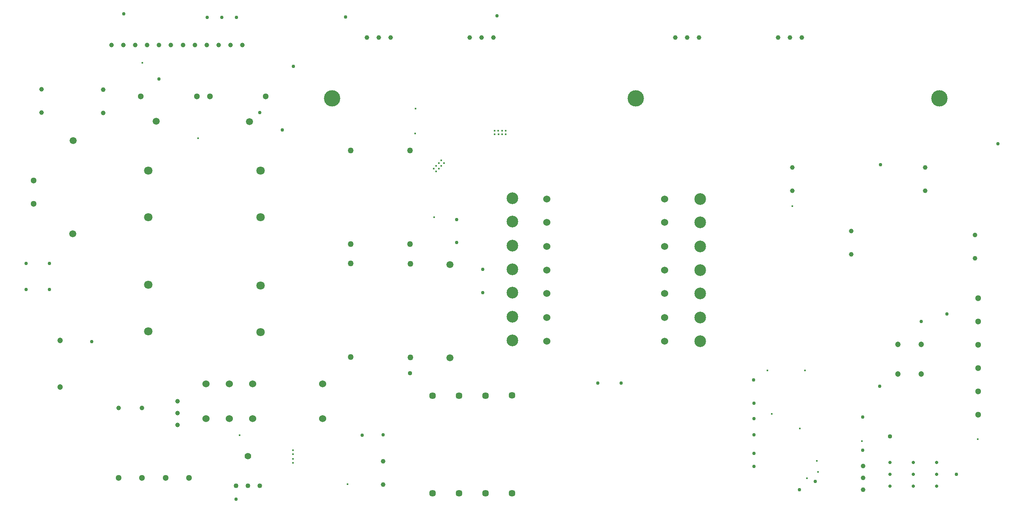
<source format=gbr>
%TF.GenerationSoftware,Altium Limited,Altium Designer,24.3.1 (35)*%
G04 Layer_Color=0*
%FSLAX43Y43*%
%MOMM*%
%TF.SameCoordinates,76E1361F-AA3B-45A8-A24B-41510BF92E79*%
%TF.FilePolarity,Positive*%
%TF.FileFunction,Plated,1,2,PTH,Drill*%
%TF.Part,Single*%
G01*
G75*
%TA.AperFunction,ComponentDrill*%
%ADD145C,1.270*%
%ADD146C,1.000*%
%ADD147C,1.200*%
%ADD148C,1.524*%
%ADD149C,0.762*%
%ADD150C,1.500*%
%ADD151C,0.762*%
%ADD152C,1.800*%
%ADD153C,0.950*%
%ADD154C,1.000*%
%ADD155C,1.450*%
%ADD156C,3.500*%
%ADD157C,1.300*%
%ADD158C,2.500*%
%ADD159C,1.200*%
%ADD160C,1.300*%
%ADD161C,1.016*%
%ADD162C,1.397*%
%ADD163C,1.500*%
%ADD164C,0.700*%
%ADD165C,0.750*%
%TA.AperFunction,ViaDrill,NotFilled*%
%ADD166C,0.400*%
D145*
X74000Y56617D02*
D03*
Y76683D02*
D03*
X86667Y56617D02*
D03*
Y76683D02*
D03*
X74000Y52466D02*
D03*
Y32400D02*
D03*
X86725Y32296D02*
D03*
Y52362D02*
D03*
D146*
X80925Y5050D02*
D03*
Y10050D02*
D03*
X181125Y59350D02*
D03*
Y54350D02*
D03*
X168550Y73000D02*
D03*
Y68000D02*
D03*
X207700Y53550D02*
D03*
Y58550D02*
D03*
X197025Y68000D02*
D03*
Y73000D02*
D03*
X20975Y89650D02*
D03*
Y84650D02*
D03*
X7775Y84775D02*
D03*
Y89775D02*
D03*
X36850Y17835D02*
D03*
Y20375D02*
D03*
Y22915D02*
D03*
X183700Y8965D02*
D03*
Y6425D02*
D03*
Y3885D02*
D03*
D147*
X11725Y25925D02*
D03*
Y35925D02*
D03*
D148*
X67975Y26650D02*
D03*
Y19150D02*
D03*
X52975Y26650D02*
D03*
X47975D02*
D03*
X42975D02*
D03*
Y19150D02*
D03*
X47975D02*
D03*
X52975D02*
D03*
X141214Y66238D02*
D03*
Y40838D02*
D03*
Y46004D02*
D03*
Y50998D02*
D03*
Y56078D02*
D03*
Y61244D02*
D03*
X115941Y35758D02*
D03*
Y40838D02*
D03*
Y46004D02*
D03*
Y50998D02*
D03*
Y56078D02*
D03*
Y61244D02*
D03*
Y66238D02*
D03*
X141214Y35758D02*
D03*
D149*
X4475Y52474D02*
D03*
X9425D02*
D03*
X4497Y46825D02*
D03*
X9447D02*
D03*
X212550Y78076D02*
D03*
X201675Y41625D02*
D03*
X72875Y105250D02*
D03*
X54517Y84801D02*
D03*
X61700Y94700D02*
D03*
X126900Y26800D02*
D03*
X131850D02*
D03*
X25350Y105950D02*
D03*
D150*
X14500Y78800D02*
D03*
X14450Y58825D02*
D03*
X95257Y52209D02*
D03*
X95207Y32234D02*
D03*
D151*
X49500Y105200D02*
D03*
X96700Y56900D02*
D03*
Y61850D02*
D03*
X187450Y73575D02*
D03*
X76425Y15625D02*
D03*
X49425Y1925D02*
D03*
X32875Y91950D02*
D03*
X18550Y35650D02*
D03*
X59291Y81025D02*
D03*
X43200Y105200D02*
D03*
X173450Y5660D02*
D03*
X80925Y15725D02*
D03*
X46347Y105200D02*
D03*
X102275Y46175D02*
D03*
X102225Y51125D02*
D03*
X160307Y22451D02*
D03*
Y8884D02*
D03*
X187275Y26100D02*
D03*
X105300Y105500D02*
D03*
X170093Y3926D02*
D03*
X160307Y11749D02*
D03*
X196150Y40000D02*
D03*
X160250Y27474D02*
D03*
X160307Y19176D02*
D03*
Y15688D02*
D03*
X203705Y7188D02*
D03*
D152*
X54700Y72300D02*
D03*
Y62300D02*
D03*
X30650Y37850D02*
D03*
Y47850D02*
D03*
Y62300D02*
D03*
Y72300D02*
D03*
X54700Y47725D02*
D03*
Y37725D02*
D03*
D153*
X86700Y28925D02*
D03*
X189439Y15350D02*
D03*
D154*
X165460Y100900D02*
D03*
X168000D02*
D03*
X170540D02*
D03*
X143460D02*
D03*
X146000D02*
D03*
X148540D02*
D03*
X24275Y21475D02*
D03*
X29275D02*
D03*
X99460Y100900D02*
D03*
X102000D02*
D03*
X104540D02*
D03*
X77460D02*
D03*
X80000D02*
D03*
X82540D02*
D03*
X40631Y99275D02*
D03*
X50791D02*
D03*
X30381D02*
D03*
X32921D02*
D03*
X35461D02*
D03*
X38091D02*
D03*
X25301D02*
D03*
X43171D02*
D03*
X45711D02*
D03*
X48251D02*
D03*
X22761D02*
D03*
X27841D02*
D03*
D155*
X102850Y3155D02*
D03*
Y24095D02*
D03*
X108550Y3180D02*
D03*
Y24120D02*
D03*
X91536Y24070D02*
D03*
Y3130D02*
D03*
X97186Y24070D02*
D03*
Y3130D02*
D03*
D156*
X200000Y87800D02*
D03*
X70000D02*
D03*
X135000D02*
D03*
D157*
X39350Y6500D02*
D03*
X34350D02*
D03*
X24300D02*
D03*
X29300D02*
D03*
X29041Y88250D02*
D03*
X41041D02*
D03*
X43791D02*
D03*
X55791D02*
D03*
D158*
X148834Y40838D02*
D03*
Y46004D02*
D03*
Y50998D02*
D03*
Y56078D02*
D03*
Y61244D02*
D03*
Y66238D02*
D03*
Y35758D02*
D03*
X108575Y40965D02*
D03*
Y46131D02*
D03*
Y51125D02*
D03*
Y56205D02*
D03*
Y61371D02*
D03*
Y66365D02*
D03*
Y35885D02*
D03*
D159*
X196150Y28698D02*
D03*
X191150D02*
D03*
Y35048D02*
D03*
X196150D02*
D03*
D160*
X208350Y44950D02*
D03*
Y39950D02*
D03*
X6075Y70200D02*
D03*
Y65200D02*
D03*
X208350Y20000D02*
D03*
Y25000D02*
D03*
Y29975D02*
D03*
Y34975D02*
D03*
D161*
X49460Y4775D02*
D03*
X52000D02*
D03*
X54540D02*
D03*
D162*
X52000Y11125D02*
D03*
D163*
X32350Y82875D02*
D03*
X52325Y82825D02*
D03*
D164*
X194467Y9740D02*
D03*
Y7200D02*
D03*
Y4660D02*
D03*
X199482Y9740D02*
D03*
Y7200D02*
D03*
Y4660D02*
D03*
X189427Y9740D02*
D03*
Y7200D02*
D03*
Y4660D02*
D03*
D165*
X183575Y12375D02*
D03*
Y19475D02*
D03*
D166*
X87850Y85650D02*
D03*
X50175Y15600D02*
D03*
X171216Y29475D02*
D03*
X163250Y29450D02*
D03*
X168550Y64725D02*
D03*
X183475Y14300D02*
D03*
X170125Y17025D02*
D03*
X174037Y7700D02*
D03*
X87800Y80325D02*
D03*
X208275Y14775D02*
D03*
X171651Y6413D02*
D03*
X91825Y62325D02*
D03*
X105596Y80102D02*
D03*
X104788Y80106D02*
D03*
X104803Y80906D02*
D03*
X105588D02*
D03*
X93974Y73919D02*
D03*
X93402Y73343D02*
D03*
Y74493D02*
D03*
X92846Y73919D02*
D03*
X91725Y72775D02*
D03*
X92282Y73350D02*
D03*
Y72200D02*
D03*
X92853Y72775D02*
D03*
X107190Y80904D02*
D03*
X106405D02*
D03*
X106390Y80104D02*
D03*
X41300Y79275D02*
D03*
X73325Y5100D02*
D03*
X61650Y9650D02*
D03*
X61625Y10550D02*
D03*
Y11525D02*
D03*
Y12375D02*
D03*
X29350Y95422D02*
D03*
X107198Y80100D02*
D03*
X173757Y10101D02*
D03*
X164157Y20201D02*
D03*
%TF.MD5,17b073713268a6fa941320ff9543f5f4*%
M02*

</source>
